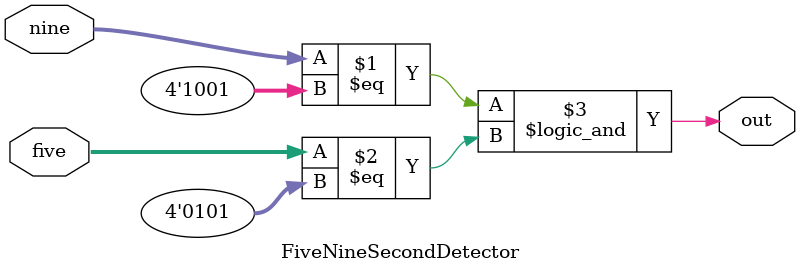
<source format=v>
`timescale 1ns / 1ps


module FiveNineSecondDetector(five,nine,out);
input [3:0] five;
input [3:0] nine;
output out;
assign out = (nine == 9) && (five == 5);

endmodule

</source>
